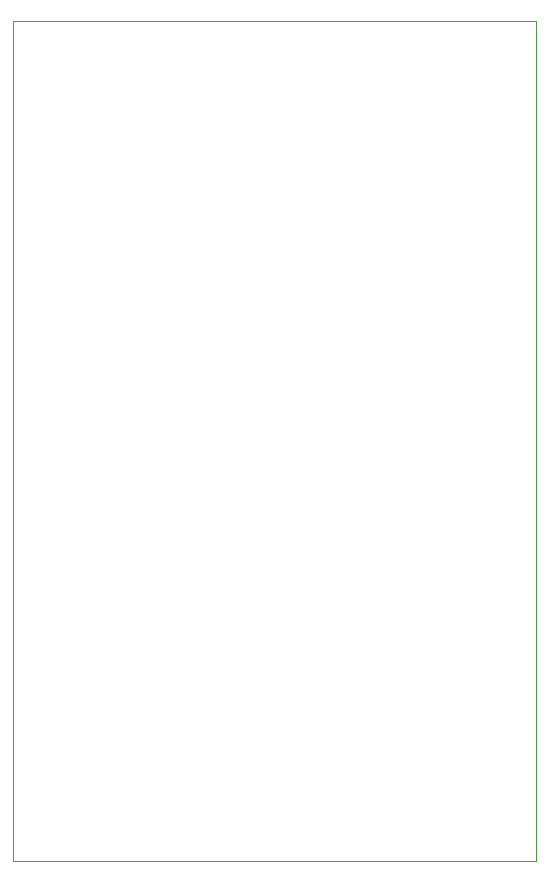
<source format=gbr>
%TF.GenerationSoftware,KiCad,Pcbnew,(5.1.7)-1*%
%TF.CreationDate,2021-11-27T18:52:13+01:00*%
%TF.ProjectId,SFP-32 Clampshell,5346502d-3332-4204-936c-616d70736865,rev?*%
%TF.SameCoordinates,Original*%
%TF.FileFunction,Profile,NP*%
%FSLAX46Y46*%
G04 Gerber Fmt 4.6, Leading zero omitted, Abs format (unit mm)*
G04 Created by KiCad (PCBNEW (5.1.7)-1) date 2021-11-27 18:52:13*
%MOMM*%
%LPD*%
G01*
G04 APERTURE LIST*
%TA.AperFunction,Profile*%
%ADD10C,0.050000*%
%TD*%
G04 APERTURE END LIST*
D10*
X128065000Y-100330000D02*
X128065000Y-29210000D01*
X172290000Y-29210000D02*
X172290000Y-100330000D01*
X128065000Y-29210000D02*
X172290000Y-29210000D01*
X128065000Y-100330000D02*
X172290000Y-100330000D01*
M02*

</source>
